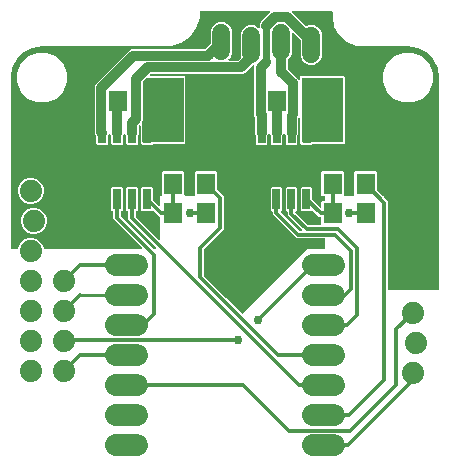
<source format=gbr>
G04 EAGLE Gerber RS-274X export*
G75*
%MOMM*%
%FSLAX34Y34*%
%LPD*%
%INTop Copper*%
%IPPOS*%
%AMOC8*
5,1,8,0,0,1.08239X$1,22.5*%
G01*
G04 Define Apertures*
%ADD10C,1.828800*%
%ADD11C,1.879600*%
%ADD12R,0.650000X1.750000*%
%ADD13R,3.300000X2.410000*%
%ADD14R,1.600000X1.800000*%
%ADD15C,1.524000*%
%ADD16C,0.304800*%
%ADD17C,0.756400*%
%ADD18C,0.812800*%
%ADD19C,0.609600*%
%ADD20C,0.254000*%
G36*
X209964Y150036D02*
X209667Y149971D01*
X209369Y150027D01*
X209116Y150194D01*
X196039Y163271D01*
X177271Y182039D01*
X177108Y182281D01*
X177048Y182578D01*
X177048Y204422D01*
X177104Y204708D01*
X177271Y204961D01*
X194048Y221737D01*
X194048Y249263D01*
X188747Y254563D01*
X188584Y254805D01*
X188524Y255102D01*
X188524Y269631D01*
X187631Y270524D01*
X170369Y270524D01*
X169476Y269631D01*
X169476Y250762D01*
X169425Y250487D01*
X169261Y250232D01*
X169011Y250060D01*
X168714Y250000D01*
X161286Y250000D01*
X161011Y250051D01*
X160756Y250215D01*
X160584Y250465D01*
X160524Y250762D01*
X160524Y269631D01*
X159631Y270524D01*
X142369Y270524D01*
X141476Y269631D01*
X141476Y250762D01*
X141425Y250487D01*
X141261Y250232D01*
X141011Y250060D01*
X140714Y250000D01*
X140052Y250000D01*
X140012Y249994D01*
X140009Y249993D01*
X140000Y249938D01*
X140000Y242100D01*
X139953Y241837D01*
X139794Y241579D01*
X139546Y241403D01*
X139250Y241338D01*
X138952Y241394D01*
X138699Y241561D01*
X133947Y246313D01*
X133784Y246555D01*
X133724Y246852D01*
X133724Y256381D01*
X132831Y257274D01*
X125069Y257274D01*
X124176Y256381D01*
X124176Y237619D01*
X125069Y236726D01*
X132831Y236726D01*
X133334Y237228D01*
X133564Y237386D01*
X133860Y237451D01*
X134158Y237396D01*
X134411Y237228D01*
X139777Y231863D01*
X139940Y231621D01*
X140000Y231324D01*
X140000Y213150D01*
X139953Y212887D01*
X139794Y212629D01*
X139546Y212453D01*
X139250Y212388D01*
X138952Y212444D01*
X138699Y212611D01*
X119521Y231789D01*
X119358Y232031D01*
X119298Y232328D01*
X119298Y235964D01*
X119349Y236239D01*
X119513Y236494D01*
X119763Y236666D01*
X120060Y236726D01*
X120131Y236726D01*
X121024Y237619D01*
X121024Y256381D01*
X120131Y257274D01*
X112369Y257274D01*
X111476Y256381D01*
X111476Y237619D01*
X112369Y236726D01*
X112440Y236726D01*
X112715Y236675D01*
X112970Y236511D01*
X113142Y236261D01*
X113202Y235964D01*
X113202Y229487D01*
X136389Y206301D01*
X136542Y206081D01*
X136611Y205786D01*
X136561Y205487D01*
X136397Y205232D01*
X136147Y205060D01*
X135850Y205000D01*
X134626Y205000D01*
X134340Y205056D01*
X134087Y205223D01*
X106821Y232489D01*
X106658Y232731D01*
X106598Y233028D01*
X106598Y235964D01*
X106649Y236239D01*
X106813Y236494D01*
X107063Y236666D01*
X107360Y236726D01*
X107431Y236726D01*
X108324Y237619D01*
X108324Y256381D01*
X107431Y257274D01*
X99669Y257274D01*
X98776Y256381D01*
X98776Y237619D01*
X99669Y236726D01*
X99740Y236726D01*
X100015Y236675D01*
X100270Y236511D01*
X100442Y236261D01*
X100502Y235964D01*
X100502Y230187D01*
X124389Y206301D01*
X124542Y206081D01*
X124611Y205786D01*
X124561Y205487D01*
X124397Y205232D01*
X124147Y205060D01*
X123850Y205000D01*
X42065Y205000D01*
X41785Y205053D01*
X41531Y205219D01*
X41361Y205470D01*
X39739Y209387D01*
X36667Y212459D01*
X32653Y214122D01*
X28307Y214122D01*
X24293Y212459D01*
X21221Y209387D01*
X19599Y205470D01*
X19442Y205232D01*
X19192Y205060D01*
X18895Y205000D01*
X14318Y205000D01*
X14043Y205051D01*
X13788Y205215D01*
X13616Y205465D01*
X13556Y205762D01*
X13556Y350000D01*
X13565Y350119D01*
X14822Y358055D01*
X14896Y358282D01*
X18544Y365441D01*
X18684Y365634D01*
X24366Y371316D01*
X24559Y371456D01*
X31718Y375104D01*
X31945Y375178D01*
X39881Y376435D01*
X40000Y376444D01*
X149523Y376444D01*
X158126Y379239D01*
X165444Y384556D01*
X170761Y391874D01*
X173556Y400477D01*
X173556Y405000D01*
X173582Y405197D01*
X173673Y405538D01*
X173871Y405880D01*
X174120Y406129D01*
X174462Y406327D01*
X174803Y406418D01*
X175000Y406444D01*
X232702Y406444D01*
X232965Y406397D01*
X233223Y406238D01*
X233399Y405990D01*
X233464Y405694D01*
X233408Y405396D01*
X233241Y405143D01*
X225263Y397165D01*
X224412Y395112D01*
X224412Y392739D01*
X224365Y392476D01*
X224206Y392218D01*
X223958Y392042D01*
X223662Y391977D01*
X223364Y392033D01*
X223111Y392200D01*
X222480Y392832D01*
X219119Y394224D01*
X215481Y394224D01*
X212120Y392832D01*
X209548Y390260D01*
X208156Y386899D01*
X208156Y368021D01*
X208536Y367104D01*
X208594Y366824D01*
X208538Y366526D01*
X208371Y366273D01*
X206637Y364539D01*
X206395Y364376D01*
X206098Y364316D01*
X198607Y364316D01*
X198344Y364363D01*
X198086Y364522D01*
X197910Y364770D01*
X197845Y365066D01*
X197901Y365364D01*
X198068Y365617D01*
X199652Y367200D01*
X201044Y370561D01*
X201044Y389439D01*
X199652Y392800D01*
X197080Y395372D01*
X193719Y396764D01*
X190081Y396764D01*
X186720Y395372D01*
X184148Y392800D01*
X182756Y389439D01*
X182756Y379074D01*
X182700Y378788D01*
X182533Y378535D01*
X178189Y374191D01*
X177947Y374028D01*
X177650Y373968D01*
X116366Y373968D01*
X114312Y373117D01*
X85675Y344480D01*
X84824Y342426D01*
X84824Y302426D01*
X85675Y300373D01*
X85953Y300095D01*
X86116Y299853D01*
X86176Y299556D01*
X86176Y293619D01*
X87069Y292726D01*
X94831Y292726D01*
X95724Y293619D01*
X95724Y299772D01*
X95782Y300063D01*
X96596Y302029D01*
X96740Y302254D01*
X96986Y302431D01*
X97282Y302499D01*
X97580Y302445D01*
X97835Y302280D01*
X98004Y302029D01*
X98818Y300063D01*
X98876Y299772D01*
X98876Y293619D01*
X99769Y292726D01*
X107531Y292726D01*
X108424Y293619D01*
X108424Y299772D01*
X108482Y300063D01*
X109296Y302029D01*
X109440Y302254D01*
X109686Y302431D01*
X109982Y302499D01*
X110280Y302445D01*
X110535Y302280D01*
X110704Y302029D01*
X111518Y300063D01*
X111576Y299772D01*
X111576Y293619D01*
X112469Y292726D01*
X120231Y292726D01*
X121124Y293619D01*
X121124Y299772D01*
X121182Y300063D01*
X121938Y301888D01*
X121938Y308720D01*
X121994Y309006D01*
X122161Y309259D01*
X122175Y309273D01*
X122395Y309426D01*
X122690Y309495D01*
X122989Y309445D01*
X123244Y309281D01*
X123416Y309031D01*
X123476Y308734D01*
X123476Y295036D01*
X123506Y294717D01*
X123585Y294444D01*
X123713Y294190D01*
X123886Y293965D01*
X124142Y293736D01*
X124217Y293678D01*
X125169Y292726D01*
X132931Y292726D01*
X133458Y293253D01*
X133700Y293416D01*
X133997Y293476D01*
X159964Y293476D01*
X160283Y293506D01*
X160556Y293585D01*
X160810Y293713D01*
X161035Y293886D01*
X161224Y294098D01*
X161371Y294341D01*
X161464Y294594D01*
X161524Y295050D01*
X161524Y349964D01*
X161494Y350283D01*
X161415Y350556D01*
X161287Y350810D01*
X161114Y351035D01*
X160902Y351224D01*
X160659Y351371D01*
X160406Y351464D01*
X159950Y351524D01*
X132266Y351524D01*
X132003Y351571D01*
X131745Y351730D01*
X131569Y351978D01*
X131504Y352274D01*
X131560Y352572D01*
X131727Y352825D01*
X131819Y352917D01*
X132061Y353080D01*
X132358Y353140D01*
X209840Y353140D01*
X211893Y353991D01*
X218375Y360473D01*
X218617Y360636D01*
X218914Y360696D01*
X219169Y360696D01*
X219438Y360647D01*
X219695Y360486D01*
X219869Y360237D01*
X219931Y359940D01*
X219873Y359642D01*
X219824Y359523D01*
X219824Y317574D01*
X220304Y316415D01*
X220362Y316123D01*
X220362Y301888D01*
X221118Y300063D01*
X221176Y299772D01*
X221176Y293619D01*
X222069Y292726D01*
X229831Y292726D01*
X230724Y293619D01*
X230724Y299772D01*
X230782Y300063D01*
X231596Y302029D01*
X231740Y302254D01*
X231986Y302431D01*
X232282Y302499D01*
X232580Y302445D01*
X232835Y302280D01*
X233004Y302029D01*
X233818Y300063D01*
X233876Y299772D01*
X233876Y293619D01*
X234769Y292726D01*
X242531Y292726D01*
X243424Y293619D01*
X243424Y299772D01*
X243482Y300063D01*
X244296Y302029D01*
X244440Y302254D01*
X244686Y302431D01*
X244982Y302499D01*
X245280Y302445D01*
X245535Y302280D01*
X245704Y302029D01*
X246518Y300063D01*
X246576Y299772D01*
X246576Y293619D01*
X247469Y292726D01*
X255231Y292726D01*
X256124Y293619D01*
X256124Y299772D01*
X256182Y300063D01*
X256938Y301888D01*
X256938Y314817D01*
X256994Y315103D01*
X257161Y315356D01*
X257175Y315370D01*
X257395Y315523D01*
X257690Y315593D01*
X257989Y315542D01*
X258244Y315378D01*
X258416Y315128D01*
X258476Y314831D01*
X258476Y295036D01*
X258506Y294717D01*
X258585Y294444D01*
X258713Y294190D01*
X258886Y293965D01*
X259142Y293736D01*
X259217Y293678D01*
X260169Y292726D01*
X267931Y292726D01*
X268458Y293253D01*
X268700Y293416D01*
X268997Y293476D01*
X294964Y293476D01*
X295283Y293506D01*
X295556Y293585D01*
X295810Y293713D01*
X296035Y293886D01*
X296224Y294098D01*
X296371Y294341D01*
X296464Y294594D01*
X296524Y295050D01*
X296524Y349964D01*
X296494Y350283D01*
X296415Y350556D01*
X296287Y350810D01*
X296114Y351035D01*
X295902Y351224D01*
X295659Y351371D01*
X295406Y351464D01*
X294950Y351524D01*
X260036Y351524D01*
X259717Y351494D01*
X259444Y351415D01*
X259190Y351287D01*
X258965Y351114D01*
X258776Y350902D01*
X258629Y350659D01*
X258536Y350406D01*
X258476Y349950D01*
X258476Y348966D01*
X258429Y348703D01*
X258270Y348445D01*
X258022Y348269D01*
X257726Y348204D01*
X257428Y348260D01*
X257175Y348427D01*
X248511Y357091D01*
X248348Y357333D01*
X248288Y357630D01*
X248288Y364721D01*
X248344Y365007D01*
X248511Y365260D01*
X250452Y367200D01*
X251844Y370561D01*
X251844Y387413D01*
X251891Y387676D01*
X252050Y387934D01*
X252298Y388109D01*
X252594Y388175D01*
X252892Y388119D01*
X253145Y387951D01*
X258733Y382363D01*
X258896Y382122D01*
X258956Y381825D01*
X258956Y368021D01*
X260348Y364660D01*
X262920Y362088D01*
X266281Y360696D01*
X269919Y360696D01*
X273280Y362088D01*
X275852Y364660D01*
X277244Y368021D01*
X277244Y386899D01*
X275852Y390260D01*
X273280Y392832D01*
X269919Y394224D01*
X266281Y394224D01*
X264203Y393363D01*
X263924Y393305D01*
X263626Y393361D01*
X263373Y393529D01*
X251758Y405143D01*
X251605Y405363D01*
X251536Y405658D01*
X251586Y405957D01*
X251750Y406212D01*
X252000Y406384D01*
X252297Y406444D01*
X285000Y406444D01*
X285197Y406418D01*
X285538Y406327D01*
X285880Y406129D01*
X286129Y405880D01*
X286327Y405538D01*
X286399Y405267D01*
X286421Y404986D01*
X286008Y401269D01*
X287685Y393143D01*
X291791Y385933D01*
X297924Y380344D01*
X305484Y376924D01*
X308102Y376633D01*
X308304Y376582D01*
X308512Y376444D01*
X309761Y376444D01*
X309845Y376439D01*
X311081Y376302D01*
X311217Y376384D01*
X311515Y376444D01*
X350000Y376444D01*
X350119Y376435D01*
X358055Y375178D01*
X358282Y375104D01*
X365441Y371456D01*
X365634Y371316D01*
X371316Y365634D01*
X371456Y365441D01*
X375104Y358282D01*
X375178Y358055D01*
X376435Y350119D01*
X376444Y350000D01*
X376444Y170762D01*
X376393Y170487D01*
X376229Y170232D01*
X375979Y170060D01*
X375682Y170000D01*
X333810Y170000D01*
X333535Y170051D01*
X333280Y170215D01*
X333108Y170465D01*
X333048Y170762D01*
X333048Y245263D01*
X330223Y248087D01*
X330060Y248329D01*
X330000Y248626D01*
X330000Y249948D01*
X329994Y249988D01*
X329993Y249991D01*
X329938Y250000D01*
X328626Y250000D01*
X328340Y250056D01*
X328087Y250223D01*
X323747Y254563D01*
X323584Y254805D01*
X323524Y255102D01*
X323524Y269631D01*
X322631Y270524D01*
X305369Y270524D01*
X304476Y269631D01*
X304476Y250762D01*
X304425Y250487D01*
X304261Y250232D01*
X304011Y250060D01*
X303714Y250000D01*
X296286Y250000D01*
X296011Y250051D01*
X295756Y250215D01*
X295584Y250465D01*
X295524Y250762D01*
X295524Y269631D01*
X294631Y270524D01*
X277369Y270524D01*
X276476Y269631D01*
X276476Y250369D01*
X277369Y249476D01*
X279238Y249476D01*
X279513Y249425D01*
X279768Y249261D01*
X279940Y249011D01*
X280000Y248714D01*
X280000Y246286D01*
X279949Y246011D01*
X279785Y245756D01*
X279535Y245584D01*
X279238Y245524D01*
X277369Y245524D01*
X276476Y244631D01*
X276476Y240624D01*
X276429Y240361D01*
X276270Y240103D01*
X276022Y239927D01*
X275726Y239862D01*
X275428Y239918D01*
X275175Y240085D01*
X268947Y246313D01*
X268784Y246555D01*
X268724Y246852D01*
X268724Y256381D01*
X267831Y257274D01*
X260069Y257274D01*
X259176Y256381D01*
X259176Y237619D01*
X260069Y236726D01*
X267831Y236726D01*
X268334Y237228D01*
X268564Y237386D01*
X268860Y237451D01*
X269158Y237396D01*
X269411Y237228D01*
X274687Y231952D01*
X275714Y231952D01*
X275989Y231901D01*
X276244Y231737D01*
X276416Y231487D01*
X276476Y231190D01*
X276476Y225810D01*
X276425Y225535D01*
X276261Y225280D01*
X276011Y225108D01*
X275714Y225048D01*
X265578Y225048D01*
X265292Y225104D01*
X265039Y225271D01*
X254885Y235425D01*
X254732Y235645D01*
X254663Y235940D01*
X254713Y236239D01*
X254877Y236494D01*
X254949Y236544D01*
X256024Y237619D01*
X256024Y256381D01*
X255131Y257274D01*
X247369Y257274D01*
X246476Y256381D01*
X246476Y237619D01*
X247369Y236726D01*
X247440Y236726D01*
X247715Y236675D01*
X247970Y236511D01*
X248142Y236261D01*
X248202Y235964D01*
X248202Y233487D01*
X260341Y221349D01*
X260494Y221129D01*
X260563Y220834D01*
X260513Y220535D01*
X260349Y220280D01*
X260099Y220108D01*
X259802Y220048D01*
X258578Y220048D01*
X258292Y220104D01*
X258039Y220271D01*
X242547Y235764D01*
X242389Y235994D01*
X242324Y236290D01*
X242379Y236589D01*
X242547Y236841D01*
X243324Y237619D01*
X243324Y256381D01*
X242431Y257274D01*
X234669Y257274D01*
X233776Y256381D01*
X233776Y237619D01*
X234669Y236726D01*
X234740Y236726D01*
X235015Y236675D01*
X235270Y236511D01*
X235442Y236261D01*
X235502Y235964D01*
X235502Y234187D01*
X255737Y213952D01*
X279238Y213952D01*
X279513Y213901D01*
X279768Y213737D01*
X279940Y213487D01*
X280000Y213190D01*
X280000Y205762D01*
X279949Y205487D01*
X279785Y205232D01*
X279535Y205060D01*
X279238Y205000D01*
X265088Y205000D01*
X264983Y204975D01*
X264956Y204956D01*
X210194Y150194D01*
X209964Y150036D01*
G37*
%LPC*%
G36*
X345812Y328944D02*
X354188Y328944D01*
X361927Y332150D01*
X367850Y338073D01*
X371056Y345812D01*
X371056Y354188D01*
X367850Y361927D01*
X361927Y367850D01*
X354188Y371056D01*
X345812Y371056D01*
X338073Y367850D01*
X332150Y361927D01*
X328944Y354188D01*
X328944Y345812D01*
X332150Y338073D01*
X338073Y332150D01*
X345812Y328944D01*
G37*
G36*
X35812Y328944D02*
X44188Y328944D01*
X51927Y332150D01*
X57850Y338073D01*
X61056Y345812D01*
X61056Y354188D01*
X57850Y361927D01*
X51927Y367850D01*
X44188Y371056D01*
X35812Y371056D01*
X28073Y367850D01*
X22150Y361927D01*
X18944Y354188D01*
X18944Y345812D01*
X22150Y338073D01*
X28073Y332150D01*
X35812Y328944D01*
G37*
G36*
X28307Y243078D02*
X32653Y243078D01*
X36667Y244741D01*
X39739Y247813D01*
X41402Y251827D01*
X41402Y256173D01*
X39739Y260187D01*
X36667Y263259D01*
X32653Y264922D01*
X28307Y264922D01*
X24293Y263259D01*
X21221Y260187D01*
X19558Y256173D01*
X19558Y251827D01*
X21221Y247813D01*
X24293Y244741D01*
X28307Y243078D01*
G37*
G36*
X30847Y217678D02*
X35193Y217678D01*
X39207Y219341D01*
X42279Y222413D01*
X43942Y226427D01*
X43942Y230773D01*
X42279Y234787D01*
X39207Y237859D01*
X35193Y239522D01*
X30847Y239522D01*
X26833Y237859D01*
X23761Y234787D01*
X22098Y230773D01*
X22098Y226427D01*
X23761Y222413D01*
X26833Y219341D01*
X30847Y217678D01*
G37*
%LPD*%
G36*
X159535Y295060D02*
X159238Y295000D01*
X125762Y295000D01*
X125487Y295051D01*
X125232Y295215D01*
X125060Y295465D01*
X125000Y295762D01*
X125000Y312317D01*
X125058Y312609D01*
X125588Y313888D01*
X125588Y346370D01*
X125644Y346656D01*
X125811Y346909D01*
X128679Y349777D01*
X128921Y349940D01*
X129218Y350000D01*
X159238Y350000D01*
X159513Y349949D01*
X159768Y349785D01*
X159940Y349535D01*
X160000Y349238D01*
X160000Y295762D01*
X159949Y295487D01*
X159785Y295232D01*
X159535Y295060D01*
G37*
G36*
X294535Y295060D02*
X294238Y295000D01*
X260762Y295000D01*
X260487Y295051D01*
X260232Y295215D01*
X260060Y295465D01*
X260000Y295762D01*
X260000Y349238D01*
X260051Y349513D01*
X260215Y349768D01*
X260465Y349940D01*
X260762Y350000D01*
X294238Y350000D01*
X294513Y349949D01*
X294768Y349785D01*
X294940Y349535D01*
X295000Y349238D01*
X295000Y295762D01*
X294949Y295487D01*
X294785Y295232D01*
X294535Y295060D01*
G37*
D10*
X269295Y38800D02*
X287583Y38800D01*
X287583Y64200D02*
X269295Y64200D01*
X269295Y89600D02*
X287583Y89600D01*
X287583Y115000D02*
X269295Y115000D01*
X269295Y140400D02*
X287583Y140400D01*
X287583Y165800D02*
X269295Y165800D01*
X269295Y191200D02*
X287583Y191200D01*
X120705Y191200D02*
X102417Y191200D01*
X102417Y165800D02*
X120705Y165800D01*
X120705Y140400D02*
X102417Y140400D01*
X102417Y115000D02*
X120705Y115000D01*
X120705Y89600D02*
X102417Y89600D01*
X102417Y64200D02*
X120705Y64200D01*
X120705Y38800D02*
X102417Y38800D01*
D11*
X58970Y101900D03*
X31030Y101900D03*
X58970Y127300D03*
X31030Y127300D03*
X58970Y152700D03*
X31030Y152700D03*
X58970Y178100D03*
X31030Y178100D03*
X30480Y203200D03*
X33020Y228600D03*
X30480Y254000D03*
D12*
X90950Y247000D03*
X103550Y247000D03*
X116250Y247000D03*
X128950Y247000D03*
X90950Y303000D03*
X103650Y303000D03*
X116350Y303000D03*
X129050Y303000D03*
D13*
X110000Y275000D03*
D14*
X104000Y330000D03*
X76000Y330000D03*
X179000Y260000D03*
X151000Y260000D03*
X151000Y235000D03*
X179000Y235000D03*
D15*
X191900Y372380D02*
X191900Y387620D01*
X217300Y385080D02*
X217300Y369840D01*
X242700Y372380D02*
X242700Y387620D01*
X268100Y385080D02*
X268100Y369840D01*
D14*
X151000Y330000D03*
X179000Y330000D03*
X151000Y305000D03*
X179000Y305000D03*
D12*
X225950Y247000D03*
X238550Y247000D03*
X251250Y247000D03*
X263950Y247000D03*
X225950Y303000D03*
X238650Y303000D03*
X251350Y303000D03*
X264050Y303000D03*
D13*
X245000Y275000D03*
D14*
X239000Y330000D03*
X211000Y330000D03*
X314000Y260000D03*
X286000Y260000D03*
X286000Y235000D03*
X314000Y235000D03*
X286000Y330000D03*
X314000Y330000D03*
X286000Y305000D03*
X314000Y305000D03*
D11*
X353730Y100000D03*
X356270Y125400D03*
X353730Y150800D03*
D16*
X179000Y235000D02*
X165000Y235000D01*
D17*
X165000Y235000D03*
D16*
X300000Y235000D02*
X314000Y235000D01*
D17*
X300000Y235000D03*
X60000Y210000D03*
X105000Y215000D03*
X130000Y230000D03*
X185000Y200000D03*
X275000Y210000D03*
X365000Y210000D03*
X365000Y325000D03*
X320000Y365000D03*
X100000Y280000D03*
X120000Y280000D03*
X110000Y280000D03*
X100000Y270000D03*
X110000Y270000D03*
X120000Y270000D03*
X235000Y280000D03*
X245000Y280000D03*
X255000Y280000D03*
X255000Y270000D03*
X245000Y270000D03*
X235000Y270000D03*
X210000Y290000D03*
X210000Y260000D03*
X210000Y275000D03*
X280000Y275000D03*
X145000Y275000D03*
X75000Y290000D03*
X75000Y275000D03*
X75000Y260000D03*
X170000Y345000D03*
X290000Y360000D03*
X195000Y290000D03*
X205000Y165000D03*
X345000Y185000D03*
X280000Y285000D03*
X145000Y285000D03*
X65000Y310000D03*
X205000Y400000D03*
X284311Y389749D03*
X173000Y388268D03*
X75000Y245000D03*
X295000Y285000D03*
D16*
X210400Y89600D02*
X120705Y89600D01*
X210400Y89600D02*
X249008Y50992D01*
X300992Y50992D01*
X340000Y90000D01*
X340000Y137070D01*
X353730Y150800D01*
D17*
X270000Y345000D03*
X270000Y335000D03*
X270000Y325000D03*
X270000Y315000D03*
X135000Y345000D03*
X135000Y335000D03*
X135000Y325000D03*
X135000Y315000D03*
D16*
X151000Y260000D02*
X151000Y235000D01*
X140950Y235000D02*
X128950Y247000D01*
X140950Y235000D02*
X151000Y235000D01*
X314000Y260000D02*
X330000Y244000D01*
X330000Y175000D01*
X330000Y94000D01*
X300200Y64200D01*
X269295Y64200D01*
D18*
X252588Y345112D02*
X242700Y355000D01*
X242700Y380000D01*
X251350Y317447D02*
X251350Y303000D01*
X251350Y317447D02*
X252588Y318685D01*
X252588Y345112D01*
X225950Y318147D02*
X225950Y303000D01*
X225950Y318147D02*
X225412Y318685D01*
X225412Y358412D01*
X230000Y363000D01*
D19*
X230000Y394000D01*
D18*
X237380Y401380D01*
X247619Y401380D01*
X268100Y380899D01*
X268100Y377460D01*
X238650Y329650D02*
X238650Y303000D01*
X238650Y329650D02*
X239000Y330000D01*
D16*
X269295Y165800D02*
X296800Y165800D01*
X302000Y171000D01*
X302000Y203000D01*
X288000Y217000D01*
X257000Y217000D01*
X238550Y235450D01*
X238550Y247000D01*
X251250Y247000D02*
X251250Y234750D01*
X264000Y222000D01*
X291000Y222000D01*
X307000Y206000D01*
X307000Y149000D01*
X298400Y140400D02*
X269295Y140400D01*
X298400Y140400D02*
X307000Y149000D01*
X275950Y235000D02*
X263950Y247000D01*
X275950Y235000D02*
X286000Y235000D01*
X286000Y260000D01*
D18*
X90412Y303538D02*
X90412Y341315D01*
X90412Y303538D02*
X90950Y303000D01*
X90412Y341315D02*
X117477Y368380D01*
X180280Y368380D02*
X191900Y380000D01*
X180280Y368380D02*
X117477Y368380D01*
X116350Y311350D02*
X116350Y303000D01*
X116350Y311350D02*
X120000Y315000D01*
X217300Y367300D02*
X217300Y377460D01*
X120000Y349000D02*
X120000Y315000D01*
X120000Y349000D02*
X129728Y358728D01*
X208728Y358728D01*
X217300Y367300D01*
X103650Y329650D02*
X103650Y303000D01*
X103650Y329650D02*
X104000Y330000D01*
D16*
X120705Y140400D02*
X125400Y140400D01*
X135000Y150000D01*
X135000Y200000D01*
X103550Y231450D01*
X103550Y247000D01*
X116250Y247000D02*
X116250Y230750D01*
X257400Y89600D01*
X269295Y89600D01*
X240000Y115000D02*
X195000Y160000D01*
X240000Y115000D02*
X269295Y115000D01*
X191000Y248000D02*
X179000Y260000D01*
X191000Y248000D02*
X191000Y223000D01*
X174000Y206000D01*
X174000Y181000D01*
X195000Y160000D01*
X269295Y38800D02*
X298800Y38800D01*
X353730Y93730D01*
X353730Y100000D01*
X72070Y191200D02*
X58970Y178100D01*
X72070Y191200D02*
X120705Y191200D01*
X120705Y115000D02*
X72070Y115000D01*
X58970Y101900D01*
D20*
X58970Y127300D02*
X59670Y128000D01*
D16*
X223095Y145000D02*
X269295Y191200D01*
D20*
X223095Y145000D02*
X223000Y145000D01*
D17*
X223000Y145000D03*
X206000Y128000D03*
D16*
X59670Y128000D01*
X58970Y152700D02*
X72070Y165800D01*
D20*
X120705Y165800D01*
M02*

</source>
